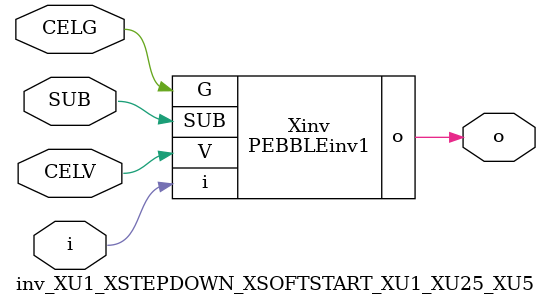
<source format=v>



module PEBBLEinv1 ( o, G, SUB, V, i );

  input V;
  input i;
  input G;
  output o;
  input SUB;
endmodule

//Celera Confidential Do Not Copy inv_XU1_XSTEPDOWN_XSOFTSTART_XU1_XU25_XU5
//Celera Confidential Symbol Generator
//5V Inverter
module inv_XU1_XSTEPDOWN_XSOFTSTART_XU1_XU25_XU5 (CELV,CELG,i,o,SUB);
input CELV;
input CELG;
input i;
input SUB;
output o;

//Celera Confidential Do Not Copy inv
PEBBLEinv1 Xinv(
.V (CELV),
.i (i),
.o (o),
.SUB (SUB),
.G (CELG)
);
//,diesize,PEBBLEinv1

//Celera Confidential Do Not Copy Module End
//Celera Schematic Generator
endmodule

</source>
